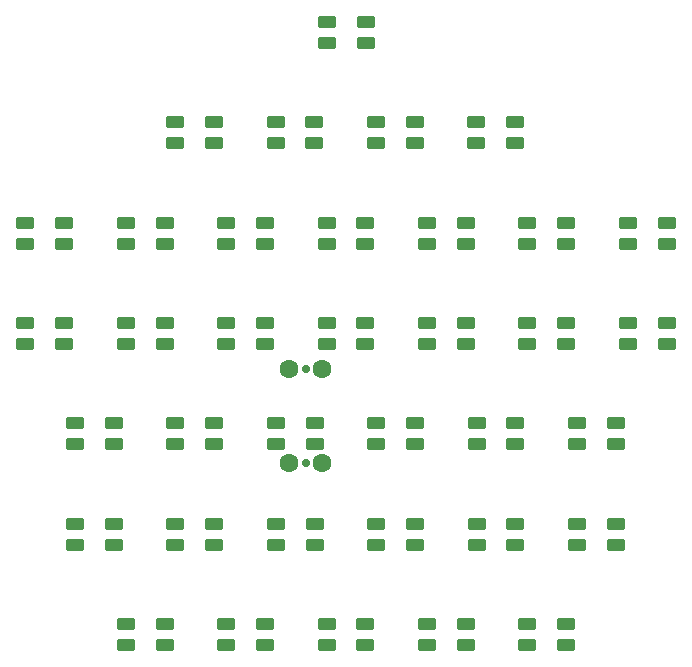
<source format=gbr>
%TF.GenerationSoftware,KiCad,Pcbnew,7.0.5*%
%TF.CreationDate,2024-03-28T22:27:53-05:00*%
%TF.ProjectId,LEDSphere,4c454453-7068-4657-9265-2e6b69636164,rev?*%
%TF.SameCoordinates,Original*%
%TF.FileFunction,Soldermask,Bot*%
%TF.FilePolarity,Negative*%
%FSLAX46Y46*%
G04 Gerber Fmt 4.6, Leading zero omitted, Abs format (unit mm)*
G04 Created by KiCad (PCBNEW 7.0.5) date 2024-03-28 22:27:53*
%MOMM*%
%LPD*%
G01*
G04 APERTURE LIST*
G04 Aperture macros list*
%AMRoundRect*
0 Rectangle with rounded corners*
0 $1 Rounding radius*
0 $2 $3 $4 $5 $6 $7 $8 $9 X,Y pos of 4 corners*
0 Add a 4 corners polygon primitive as box body*
4,1,4,$2,$3,$4,$5,$6,$7,$8,$9,$2,$3,0*
0 Add four circle primitives for the rounded corners*
1,1,$1+$1,$2,$3*
1,1,$1+$1,$4,$5*
1,1,$1+$1,$6,$7*
1,1,$1+$1,$8,$9*
0 Add four rect primitives between the rounded corners*
20,1,$1+$1,$2,$3,$4,$5,0*
20,1,$1+$1,$4,$5,$6,$7,0*
20,1,$1+$1,$6,$7,$8,$9,0*
20,1,$1+$1,$8,$9,$2,$3,0*%
G04 Aperture macros list end*
%ADD10C,0.710000*%
%ADD11C,1.600000*%
%ADD12RoundRect,0.100000X0.662000X0.400000X-0.662000X0.400000X-0.662000X-0.400000X0.662000X-0.400000X0*%
G04 APERTURE END LIST*
D10*
%TO.C,J200*%
X146665000Y-104740000D03*
X146665000Y-96740000D03*
D11*
X145235000Y-104740000D03*
X145235000Y-96740000D03*
X148095000Y-104740000D03*
X148095000Y-96740000D03*
%TD*%
D12*
%TO.C,U131*%
X160230000Y-118370000D03*
X160230000Y-120150000D03*
X156955000Y-120150000D03*
X156955000Y-118370000D03*
%TD*%
%TO.C,U134*%
X134730000Y-118370000D03*
X134730000Y-120150000D03*
X131455000Y-120150000D03*
X131455000Y-118370000D03*
%TD*%
%TO.C,U116*%
X160230000Y-92870000D03*
X160230000Y-94650000D03*
X156955000Y-94650000D03*
X156955000Y-92870000D03*
%TD*%
%TO.C,U103*%
X155915000Y-75870000D03*
X155915000Y-77650000D03*
X152640000Y-77650000D03*
X152640000Y-75870000D03*
%TD*%
%TO.C,U129*%
X164428500Y-109870000D03*
X164428500Y-111650000D03*
X161153500Y-111650000D03*
X161153500Y-109870000D03*
%TD*%
%TO.C,U132*%
X151730000Y-118370000D03*
X151730000Y-120150000D03*
X148455000Y-120150000D03*
X148455000Y-118370000D03*
%TD*%
%TO.C,U125*%
X130428500Y-109870000D03*
X130428500Y-111650000D03*
X127153500Y-111650000D03*
X127153500Y-109870000D03*
%TD*%
%TO.C,U113*%
X134730000Y-92870000D03*
X134730000Y-94650000D03*
X131455000Y-94650000D03*
X131455000Y-92870000D03*
%TD*%
%TO.C,U105*%
X126230000Y-84370000D03*
X126230000Y-86150000D03*
X122955000Y-86150000D03*
X122955000Y-84370000D03*
%TD*%
%TO.C,U108*%
X160230000Y-84370000D03*
X160230000Y-86150000D03*
X156955000Y-86150000D03*
X156955000Y-84370000D03*
%TD*%
%TO.C,U109*%
X151730000Y-84370000D03*
X151730000Y-86150000D03*
X148455000Y-86150000D03*
X148455000Y-84370000D03*
%TD*%
%TO.C,U111*%
X134730000Y-84370000D03*
X134730000Y-86150000D03*
X131455000Y-86150000D03*
X131455000Y-84370000D03*
%TD*%
%TO.C,U127*%
X147428500Y-109870000D03*
X147428500Y-111650000D03*
X144153500Y-111650000D03*
X144153500Y-109870000D03*
%TD*%
%TO.C,U130*%
X168730000Y-118370000D03*
X168730000Y-120150000D03*
X165455000Y-120150000D03*
X165455000Y-118370000D03*
%TD*%
%TO.C,U120*%
X147428500Y-101370000D03*
X147428500Y-103150000D03*
X144153500Y-103150000D03*
X144153500Y-101370000D03*
%TD*%
%TO.C,U119*%
X155928500Y-101370000D03*
X155928500Y-103150000D03*
X152653500Y-103150000D03*
X152653500Y-101370000D03*
%TD*%
%TO.C,U101*%
X138915000Y-75870000D03*
X138915000Y-77650000D03*
X135640000Y-77650000D03*
X135640000Y-75870000D03*
%TD*%
%TO.C,U135*%
X172928500Y-109870000D03*
X172928500Y-111650000D03*
X169653500Y-111650000D03*
X169653500Y-109870000D03*
%TD*%
%TO.C,U112*%
X126230000Y-92870000D03*
X126230000Y-94650000D03*
X122955000Y-94650000D03*
X122955000Y-92870000D03*
%TD*%
%TO.C,U122*%
X130428500Y-101370000D03*
X130428500Y-103150000D03*
X127153500Y-103150000D03*
X127153500Y-101370000D03*
%TD*%
%TO.C,U117*%
X168730000Y-92870000D03*
X168730000Y-94650000D03*
X165455000Y-94650000D03*
X165455000Y-92870000D03*
%TD*%
%TO.C,U104*%
X164415000Y-75870000D03*
X164415000Y-77650000D03*
X161140000Y-77650000D03*
X161140000Y-75870000D03*
%TD*%
%TO.C,U110*%
X143230000Y-84370000D03*
X143230000Y-86150000D03*
X139955000Y-86150000D03*
X139955000Y-84370000D03*
%TD*%
%TO.C,U102*%
X147415000Y-75870000D03*
X147415000Y-77650000D03*
X144140000Y-77650000D03*
X144140000Y-75870000D03*
%TD*%
%TO.C,U106*%
X177230000Y-84370000D03*
X177230000Y-86150000D03*
X173955000Y-86150000D03*
X173955000Y-84370000D03*
%TD*%
%TO.C,U124*%
X172928500Y-101370000D03*
X172928500Y-103150000D03*
X169653500Y-103150000D03*
X169653500Y-101370000D03*
%TD*%
%TO.C,U133*%
X143230000Y-118370000D03*
X143230000Y-120150000D03*
X139955000Y-120150000D03*
X139955000Y-118370000D03*
%TD*%
%TO.C,U123*%
X177230000Y-92870000D03*
X177230000Y-94650000D03*
X173955000Y-94650000D03*
X173955000Y-92870000D03*
%TD*%
%TO.C,U128*%
X155928500Y-109870000D03*
X155928500Y-111650000D03*
X152653500Y-111650000D03*
X152653500Y-109870000D03*
%TD*%
%TO.C,U118*%
X164428500Y-101370000D03*
X164428500Y-103150000D03*
X161153500Y-103150000D03*
X161153500Y-101370000D03*
%TD*%
%TO.C,U121*%
X138928500Y-101370000D03*
X138928500Y-103150000D03*
X135653500Y-103150000D03*
X135653500Y-101370000D03*
%TD*%
%TO.C,U100*%
X151750000Y-67370000D03*
X151750000Y-69150000D03*
X148475000Y-69150000D03*
X148475000Y-67370000D03*
%TD*%
%TO.C,U115*%
X151730000Y-92870000D03*
X151730000Y-94650000D03*
X148455000Y-94650000D03*
X148455000Y-92870000D03*
%TD*%
%TO.C,U114*%
X143230000Y-92870000D03*
X143230000Y-94650000D03*
X139955000Y-94650000D03*
X139955000Y-92870000D03*
%TD*%
%TO.C,U126*%
X138928500Y-109870000D03*
X138928500Y-111650000D03*
X135653500Y-111650000D03*
X135653500Y-109870000D03*
%TD*%
%TO.C,U107*%
X168730000Y-84370000D03*
X168730000Y-86150000D03*
X165455000Y-86150000D03*
X165455000Y-84370000D03*
%TD*%
M02*

</source>
